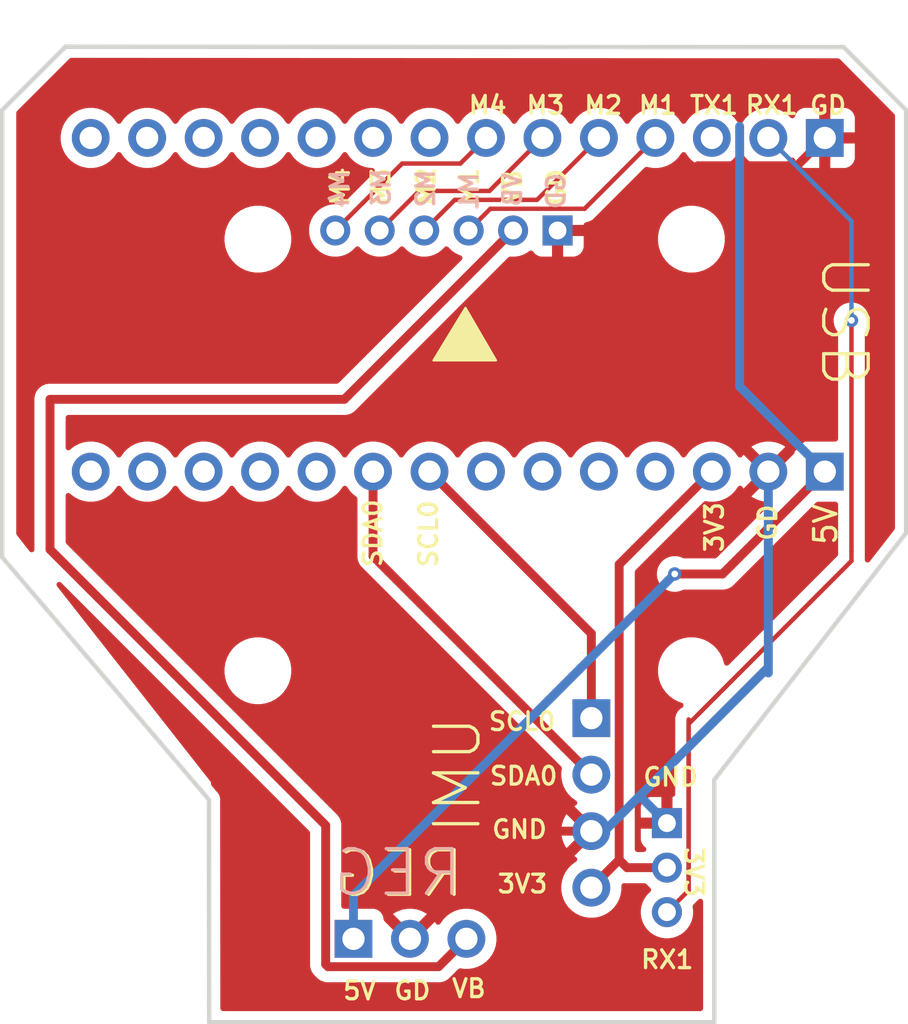
<source format=kicad_pcb>
(kicad_pcb (version 20241229) (generator "pcbnew") (generator_version "9.0")
  (layers (0 "F.Cu" signal) (2 "B.Cu" signal) (13 "F.Paste" user) (15 "B.Paste" user) (5 "F.SilkS" user "F.Silkscreen") (7 "B.SilkS" user "B.Silkscreen") (1 "F.Mask" user) (3 "B.Mask" user) (25 "Edge.Cuts" user))
  (net 0 "")
  (net 1 "/CS")
  (net 2 "/MOSI")
  (net 3 "/GND")
  (net 4 "/MISO")
  (net 5 "/3V3")
  (net 6 "/SCK")
  (net 7 "/RX1")
  (net 12 "/TX1")
  (net 13 "/5V")
  (net 14 "/SCL1")
  (net 15 "/SDA0")
  (net 16 "/SDA1")
  (net 17 "/SCL0")
  (net 18 "/VBAT")
  (net 19 "/M3")
  (net 20 "/M2")
  (net 21 "/M1")
  (net 22 "/M4")
  (footprint "MountingHole:MountingHole_2.5mm" (layer "F.Cu") (at 135.39 79.7)
    (property "Reference" "H1" (hide yes))
    (property "Value" "MountingHole" (hide yes))
    (pad "" np_thru_hole circle (at 1.11 1.1) (size 2.5 2.5) (drill 2.5) (layers "*.Cu" "*.Mask"))
  )
  (footprint "Connector_PinHeader_2.00mm:PinHeader_1x06_P2.00mm_Vertical" (layer "F.Cu") (at 149.98 80.41 -90)
    (property "Reference" "J5" (hide yes))
    (property "Value" "Conn_01x06_Pin" (hide yes))
    (pad "1" thru_hole rect (at 0 0 270) (size 1.35 1.35) (drill 0.8) (layers "*.Cu" "*.Mask") (net 3 "/GND"))
    (pad "2" thru_hole circle (at 0 2 270) (size 1.35 1.35) (drill 0.8) (layers "*.Cu" "*.Mask") (net 18 "/VBAT"))
    (pad "3" thru_hole circle (at 0 4 270) (size 1.35 1.35) (drill 0.8) (layers "*.Cu" "*.Mask") (net 21 "/M1"))
    (pad "4" thru_hole circle (at 0 6 270) (size 1.35 1.35) (drill 0.8) (layers "*.Cu" "*.Mask") (net 20 "/M2"))
    (pad "5" thru_hole circle (at 0 8 270) (size 1.35 1.35) (drill 0.8) (layers "*.Cu" "*.Mask") (net 19 "/M3"))
    (pad "6" thru_hole circle (at 0 10 270) (size 1.35 1.35) (drill 0.8) (layers "*.Cu" "*.Mask") (net 22 "/M4"))
  )
  (footprint "MountingHole:MountingHole_2.5mm" (layer "F.Cu") (at 155.635 101.11)
    (property "Reference" "H3" (hide yes))
    (property "Value" "MountingHole" (hide yes))
    (pad "" np_thru_hole circle (at 0.365 -0.91) (size 2.5 2.5) (drill 2.5) (layers "*.Cu" "*.Mask"))
  )
  (footprint "Connector_PinSocket_2.00mm:PinSocket_1x03_P2.00mm_Vertical" (layer "F.Cu") (at 154.9 107.05)
    (property "Reference" "J6" (hide yes))
    (property "Value" "Conn_01x03_Socket" (hide yes))
    (pad "1" thru_hole rect (at 0 0) (size 1.35 1.35) (drill 0.8) (layers "*.Cu" "*.Mask") (net 3 "/GND"))
    (pad "2" thru_hole circle (at 0 2) (size 1.35 1.35) (drill 0.8) (layers "*.Cu" "*.Mask") (net 5 "/3V3"))
    (pad "3" thru_hole circle (at 0 4) (size 1.35 1.35) (drill 0.8) (layers "*.Cu" "*.Mask") (net 7 "/RX1"))
  )
  (footprint "Connector_PinHeader_2.54mm:PinHeader_1x03_P2.54mm_Vertical" (layer "F.Cu") (at 140.8 112.25 90)
    (property "Reference" "J4" (hide yes))
    (property "Value" "Conn_01x03_Socket" (hide yes))
    (pad "1" thru_hole rect (at 0 0 90) (size 1.7 1.7) (drill 1) (layers "*.Cu" "*.Mask") (net 13 "/5V"))
    (pad "2" thru_hole circle (at 0 2.54 90) (size 1.7 1.7) (drill 1) (layers "*.Cu" "*.Mask") (net 3 "/GND"))
    (pad "3" thru_hole circle (at 0 5.08 90) (size 1.7 1.7) (drill 1) (layers "*.Cu" "*.Mask") (net 18 "/VBAT"))
  )
  (footprint "Connector_PinSocket_2.54mm:PinSocket_1x14_P2.54mm_Vertical" (layer "F.Cu") (at 162 76.25 -90)
    (property "Reference" "J1" (hide yes))
    (property "Value" "Conn_01x14_Socket" (hide yes))
    (pad "1" thru_hole rect (at 0 0 270) (size 1.7 1.7) (drill 1) (layers "*.Cu" "*.Mask") (net 3 "/GND"))
    (pad "2" thru_hole circle (at 0 2.54 270) (size 1.7 1.7) (drill 1) (layers "*.Cu" "*.Mask") (net 7 "/RX1"))
    (pad "3" thru_hole circle (at 0 5.08 270) (size 1.7 1.7) (drill 1) (layers "*.Cu" "*.Mask") (net 12 "/TX1"))
    (pad "4" thru_hole circle (at 0 7.62 270) (size 1.7 1.7) (drill 1) (layers "*.Cu" "*.Mask") (net 21 "/M1"))
    (pad "5" thru_hole circle (at 0 10.16 270) (size 1.7 1.7) (drill 1) (layers "*.Cu" "*.Mask") (net 20 "/M2"))
    (pad "6" thru_hole circle (at 0 12.7 270) (size 1.7 1.7) (drill 1) (layers "*.Cu" "*.Mask") (net 19 "/M3"))
    (pad "7" thru_hole circle (at 0 15.24 270) (size 1.7 1.7) (drill 1) (layers "*.Cu" "*.Mask") (net 22 "/M4"))
    (pad "8" thru_hole circle (at 0 17.78 270) (size 1.7 1.7) (drill 1) (layers "*.Cu" "*.Mask"))
    (pad "9" thru_hole circle (at 0 20.32 270) (size 1.7 1.7) (drill 1) (layers "*.Cu" "*.Mask"))
    (pad "10" thru_hole circle (at 0 22.86 270) (size 1.7 1.7) (drill 1) (layers "*.Cu" "*.Mask"))
    (pad "11" thru_hole circle (at 0 25.4 270) (size 1.7 1.7) (drill 1) (layers "*.Cu" "*.Mask"))
    (pad "12" thru_hole circle (at 0 27.94 270) (size 1.7 1.7) (drill 1) (layers "*.Cu" "*.Mask") (net 1 "/CS"))
    (pad "13" thru_hole circle (at 0 30.48 270) (size 1.7 1.7) (drill 1) (layers "*.Cu" "*.Mask") (net 2 "/MOSI"))
    (pad "14" thru_hole circle (at 0 33.02 270) (size 1.7 1.7) (drill 1) (layers "*.Cu" "*.Mask") (net 4 "/MISO"))
  )
  (footprint "Connector_PinHeader_2.54mm:PinHeader_1x04_P2.54mm_Vertical" (layer "F.Cu") (at 151.5 102.33)
    (property "Reference" "J3" (hide yes))
    (property "Value" "Conn_01x04_Socket" (hide yes))
    (pad "1" thru_hole rect (at 0 0) (size 1.7 1.7) (drill 1) (layers "*.Cu" "*.Mask") (net 17 "/SCL0"))
    (pad "2" thru_hole circle (at 0 2.54) (size 1.7 1.7) (drill 1) (layers "*.Cu" "*.Mask") (net 15 "/SDA0"))
    (pad "3" thru_hole circle (at 0 5.08) (size 1.7 1.7) (drill 1) (layers "*.Cu" "*.Mask") (net 3 "/GND"))
    (pad "4" thru_hole circle (at 0 7.62) (size 1.7 1.7) (drill 1) (layers "*.Cu" "*.Mask") (net 5 "/3V3"))
  )
  (footprint "Connector_PinSocket_2.54mm:PinSocket_1x14_P2.54mm_Vertical" (layer "F.Cu") (at 162 91.25 -90)
    (property "Reference" "J2" (hide yes))
    (property "Value" "Conn_01x14_Socket" (hide yes))
    (pad "1" thru_hole rect (at 0 0 270) (size 1.7 1.7) (drill 1) (layers "*.Cu" "*.Mask") (net 13 "/5V"))
    (pad "2" thru_hole circle (at 0 2.54 270) (size 1.7 1.7) (drill 1) (layers "*.Cu" "*.Mask") (net 3 "/GND"))
    (pad "3" thru_hole circle (at 0 5.08 270) (size 1.7 1.7) (drill 1) (layers "*.Cu" "*.Mask") (net 5 "/3V3"))
    (pad "4" thru_hole circle (at 0 7.62 270) (size 1.7 1.7) (drill 1) (layers "*.Cu" "*.Mask"))
    (pad "5" thru_hole circle (at 0 10.16 270) (size 1.7 1.7) (drill 1) (layers "*.Cu" "*.Mask"))
    (pad "6" thru_hole circle (at 0 12.7 270) (size 1.7 1.7) (drill 1) (layers "*.Cu" "*.Mask"))
    (pad "7" thru_hole circle (at 0 15.24 270) (size 1.7 1.7) (drill 1) (layers "*.Cu" "*.Mask"))
    (pad "8" thru_hole circle (at 0 17.78 270) (size 1.7 1.7) (drill 1) (layers "*.Cu" "*.Mask") (net 17 "/SCL0"))
    (pad "9" thru_hole circle (at 0 20.32 270) (size 1.7 1.7) (drill 1) (layers "*.Cu" "*.Mask") (net 15 "/SDA0"))
    (pad "10" thru_hole circle (at 0 22.86 270) (size 1.7 1.7) (drill 1) (layers "*.Cu" "*.Mask") (net 16 "/SDA1"))
    (pad "11" thru_hole circle (at 0 25.4 270) (size 1.7 1.7) (drill 1) (layers "*.Cu" "*.Mask") (net 14 "/SCL1"))
    (pad "12" thru_hole circle (at 0 27.94 270) (size 1.7 1.7) (drill 1) (layers "*.Cu" "*.Mask"))
    (pad "13" thru_hole circle (at 0 30.48 270) (size 1.7 1.7) (drill 1) (layers "*.Cu" "*.Mask"))
    (pad "14" thru_hole circle (at 0 33.02 270) (size 1.7 1.7) (drill 1) (layers "*.Cu" "*.Mask") (net 6 "/SCK"))
  )
  (footprint "MountingHole:MountingHole_2.5mm" (layer "F.Cu") (at 155.575 79.87)
    (property "Reference" "H2" (hide yes))
    (property "Value" "MountingHole" (hide yes))
    (pad "" np_thru_hole circle (at 0.425 0.93) (size 2.5 2.5) (drill 2.5) (layers "*.Cu" "*.Mask"))
  )
  (footprint "MountingHole:MountingHole_2.5mm" (layer "F.Cu") (at 135.27 101.8)
    (property "Reference" "H4" (hide yes))
    (property "Value" "MountingHole" (hide yes))
    (pad "" np_thru_hole circle (at 1.23 -1.6) (size 2.5 2.5) (drill 2.5) (layers "*.Cu" "*.Mask"))
  )
  (gr_poly (pts (xy 145.836865 83.888929) (xy 144.4 86.25) (xy 147.21 86.25)) (stroke (width 0.1)) (fill yes) (layer "F.SilkS"))
  (gr_line (start 125 75) (end 127.85 72.15) (stroke (width 0.2)) (layer "Edge.Cuts"))
  (gr_line (start 134.31 116) (end 157.03 116) (stroke (width 0.2)) (layer "Edge.Cuts"))
  (gr_line (start 165.66 94) (end 157.03 105.099139) (stroke (width 0.2)) (layer "Edge.Cuts"))
  (gr_line (start 165.66 75) (end 165.66 94) (stroke (width 0.2)) (layer "Edge.Cuts"))
  (gr_line (start 125 75) (end 125 95.1) (stroke (width 0.2)) (layer "Edge.Cuts"))
  (gr_line (start 127.85 72.15) (end 162.85 72.17) (stroke (width 0.2)) (layer "Edge.Cuts"))
  (gr_line (start 134.3 106) (end 134.31 116) (stroke (width 0.2)) (layer "Edge.Cuts"))
  (gr_line (start 162.85 72.17) (end 165.66 75) (stroke (width 0.2)) (layer "Edge.Cuts"))
  (gr_line (start 157.03 105.099139) (end 157.03 116) (stroke (width 0.2)) (layer "Edge.Cuts"))
  (gr_line (start 134.3 106) (end 125 95.1) (stroke (width 0.2)) (layer "Edge.Cuts"))
  (gr_text "M4" (at 145.9 75.25 0) (layer "F.SilkS") (effects (font (size 0.8 0.8)) (justify left bottom)))
  (gr_text "3V3" (at 157.5 94.95 90) (layer "F.SilkS") (effects (font (size 0.8 0.8)) (justify left bottom)))
  (gr_text "SCL0" (at 144.64 95.63 90) (layer "F.SilkS") (effects (font (size 0.8 0.8)) (justify left bottom)))
  (gr_text "M1" (at 153.55 75.25 0) (layer "F.SilkS") (effects (font (size 0.8 0.8)) (justify left bottom)))
  (gr_text "3V3" (at 155.65 108.05 270) (layer "F.SilkS") (effects (font (size 0.8 0.8)) (justify left bottom)))
  (gr_text "USB" (at 161.7 81.375 270) (layer "F.SilkS") (effects (font (size 2 2)) (justify left bottom)))
  (gr_text "M3" (at 142.5 79.38 90) (layer "F.SilkS") (effects (font (size 0.8 0.8)) (justify left bottom)))
  (gr_text "SCL0" (at 146.8 102.95 0) (layer "F.SilkS") (effects (font (size 0.8 0.8)) (justify left bottom)))
  (gr_text "VB" (at 145.15 114.95 0) (layer "F.SilkS") (effects (font (size 0.8 0.8)) (justify left bottom)))
  (gr_text "SDA0" (at 146.85 105.4 0) (layer "F.SilkS") (effects (font (size 0.8 0.8)) (justify left bottom)))
  (gr_text "RX1" (at 158.35 75.25 0) (layer "F.SilkS") (effects (font (size 0.8 0.8)) (justify left bottom)))
  (gr_text "GD" (at 161.25 75.25 0) (layer "F.SilkS") (effects (font (size 0.8 0.8)) (justify left bottom)))
  (gr_text "TX1" (at 155.85 75.25 0) (layer "F.SilkS") (effects (font (size 0.8 0.8)) (justify left bottom)))
  (gr_text "5V" (at 140.25 115.05 0) (layer "F.SilkS") (effects (font (size 0.8 0.8)) (justify left bottom)))
  (gr_text "SDA0" (at 142.14 95.62 90) (layer "F.SilkS") (effects (font (size 0.8 0.8)) (justify left bottom)))
  (gr_text "M3" (at 148.5 75.25 0) (layer "F.SilkS") (effects (font (size 0.8 0.8)) (justify left bottom)))
  (gr_text "REG" (at 145.9 110.5 0) (layer "F.SilkS") (effects (font (size 2 2)) (justify left bottom mirror)))
  (gr_text "GD" (at 150.39 79.36 90) (layer "F.SilkS") (effects (font (size 0.8 0.8)) (justify left bottom)))
  (gr_text "VB" (at 148.41 79.28 90) (layer "F.SilkS") (effects (font (size 0.8 0.8)) (justify left bottom)))
  (gr_text "GD" (at 142.55 115.05 0) (layer "F.SilkS") (effects (font (size 0.8 0.8)) (justify left bottom)))
  (gr_text "3V3" (at 147.2 110.25 0) (layer "F.SilkS") (effects (font (size 0.8 0.8)) (justify left bottom)))
  (gr_text "M2" (at 151.1 75.25 0) (layer "F.SilkS") (effects (font (size 0.8 0.8)) (justify left bottom)))
  (gr_text "GND" (at 146.95 107.8 0) (layer "F.SilkS") (effects (font (size 0.8 0.8)) (justify left bottom)))
  (gr_text "5V" (at 162.625 94.625 90) (layer "F.SilkS") (effects (font (size 1 1)) (justify left bottom)))
  (gr_text "M4" (at 140.675 79.365 90) (layer "F.SilkS") (effects (font (size 0.8 0.8)) (justify left bottom)))
  (gr_text "RX1" (at 153.65 113.65 0) (layer "F.SilkS") (effects (font (size 0.8 0.8)) (justify left bottom)))
  (gr_text "IMU" (at 146.65 107.65 90) (layer "F.SilkS") (effects (font (size 2 2)) (justify left bottom)))
  (gr_text "GD" (at 159.9 94.44 90) (layer "F.SilkS") (effects (font (size 0.8 0.8)) (justify left bottom)))
  (gr_text "GND" (at 153.75 105.45 0) (layer "F.SilkS") (effects (font (size 0.8 0.8)) (justify left bottom)))
  (gr_text "M2" (at 144.53 79.38 90) (layer "F.SilkS") (effects (font (size 0.8 0.8)) (justify left bottom)))
  (gr_text "M1" (at 146.48 79.38 90) (layer "F.SilkS") (effects (font (size 0.8 0.8)) (justify left bottom)))
  (gr_text "M2" (at 144.51 77.59 90) (layer "B.SilkS") (effects (font (size 0.8 0.8)) (justify left bottom mirror)))
  (gr_text "REG" (at 145.8 110.45 0) (layer "B.SilkS") (effects (font (size 2 2)) (justify left bottom mirror)))
  (gr_text "M4" (at 140.65 77.61 90) (layer "B.SilkS") (effects (font (size 0.8 0.8)) (justify left bottom mirror)))
  (gr_text "GD" (at 150.38 77.74 90) (layer "B.SilkS") (effects (font (size 0.8 0.8)) (justify left bottom mirror)))
  (gr_text "VB" (at 148.42 77.74 90) (layer "B.SilkS") (effects (font (size 0.8 0.8)) (justify left bottom mirror)))
  (gr_text "M1" (at 146.46 77.73 90) (layer "B.SilkS") (effects (font (size 0.8 0.8)) (justify left bottom mirror)))
  (gr_text "M3" (at 142.51 77.54 90) (layer "B.SilkS") (effects (font (size 0.8 0.8)) (justify left bottom mirror)))
  (segment (start 134.814156 76.25) (end 134.06 76.25) (width 0.2) (layer "F.Cu") (net 1))
  (segment (start 162 76.25) (end 162 88.71) (width 0.4) (layer "F.Cu") (net 3))
  (segment (start 153.384423 80.41) (end 156.293423 77.501) (width 0.4) (layer "F.Cu") (net 3))
  (segment (start 151.5 107.41) (end 148.18 107.41) (width 0.4) (layer "F.Cu") (net 3))
  (segment (start 149.98 80.41) (end 153.384423 80.41) (width 0.4) (layer "F.Cu") (net 3))
  (segment (start 162 88.71) (end 159.46 91.25) (width 0.4) (layer "F.Cu") (net 3))
  (segment (start 160.749 77.501) (end 162 76.25) (width 0.4) (layer "F.Cu") (net 3))
  (segment (start 148.18 107.41) (end 143.34 112.25) (width 0.4) (layer "F.Cu") (net 3))
  (segment (start 156.293423 77.501) (end 160.749 77.501) (width 0.4) (layer "F.Cu") (net 3))
  (segment (start 159.46 91.25) (end 159.46 91.33) (width 0.4) (layer "F.Cu") (net 3))
  (segment (start 153.775 105.725) (end 152.09 107.41) (width 0.4) (layer "B.Cu") (net 3))
  (segment (start 153.775 105.725) (end 153.775 105.925) (width 0.4) (layer "B.Cu") (net 3))
  (segment (start 159.46 91.25) (end 159.46 100.3) (width 0.4) (layer "B.Cu") (net 3))
  (segment (start 152.09 107.41) (end 151.5 107.41) (width 0.4) (layer "B.Cu") (net 3))
  (segment (start 153.775 105.925) (end 154.9 107.05) (width 0.4) (layer "B.Cu") (net 3))
  (segment (start 159.46 100.04) (end 153.775 105.725) (width 0.4) (layer "B.Cu") (net 3))
  (segment (start 149.98 80.41) (end 150.451 79.939) (width 0.4) (layer "B.Cu") (net 3))
  (segment (start 159.46 91.25) (end 159.46 100.04) (width 0.4) (layer "B.Cu") (net 3))
  (segment (start 156.92 91.25) (end 156.344423 91.25) (width 0.4) (layer "F.Cu") (net 5))
  (segment (start 153.102 109.05) (end 154.9 109.05) (width 0.4) (layer "F.Cu") (net 5))
  (segment (start 152.751 95.419) (end 152.751 108.699) (width 0.4) (layer "F.Cu") (net 5))
  (segment (start 156.92 91.25) (end 152.751 95.419) (width 0.4) (layer "F.Cu") (net 5))
  (segment (start 152.751 108.699) (end 153.102 109.05) (width 0.4) (layer "F.Cu") (net 5))
  (segment (start 152.751 108.699) (end 151.5 109.95) (width 0.4) (layer "F.Cu") (net 5))
  (segment (start 156.92 90.648) (end 156.92 91.25) (width 0.4) (layer "B.Cu") (net 5))
  (segment (start 163.2 94.85) (end 163.2 84.45) (width 0.2) (layer "F.Cu") (net 7))
  (segment (start 155.876 110.074) (end 155.876 102.388156) (width 0.2) (layer "F.Cu") (net 7))
  (segment (start 163.2 94.85) (end 163.2 95.264156) (width 0.2) (layer "F.Cu") (net 7))
  (segment (start 155.876 102.588156) (end 155.876 110.074) (width 0.2) (layer "F.Cu") (net 7))
  (segment (start 155.876 110.074) (end 154.9 111.05) (width 0.2) (layer "F.Cu") (net 7))
  (segment (start 163.2 95.264156) (end 155.876 102.588156) (width 0.2) (layer "F.Cu") (net 7))
  (via (at 163.2 84.45) (size 0.6) (drill 0.3) (layers "F.Cu" "B.Cu") (net 7))
  (segment (start 163.2 79.99) (end 159.46 76.25) (width 0.2) (layer "B.Cu") (net 7))
  (segment (start 163.2 84.45) (end 163.2 79.99) (width 0.2) (layer "B.Cu") (net 7))
  (segment (start 157.4 95.85) (end 155.25 95.85) (width 0.4) (layer "F.Cu") (net 13))
  (segment (start 162 91.25) (end 157.4 95.85) (width 0.4) (layer "F.Cu") (net 13))
  (via (at 155.25 95.85) (size 0.6) (drill 0.3) (layers "F.Cu" "B.Cu") (net 13))
  (segment (start 158.171 87.421) (end 158.171 75.731818) (width 0.4) (layer "B.Cu") (net 13))
  (segment (start 155.25 95.85) (end 140.8 110.3) (width 0.4) (layer "B.Cu") (net 13))
  (segment (start 140.8 110.3) (end 140.8 112.25) (width 0.4) (layer "B.Cu") (net 13))
  (segment (start 162 91.25) (end 158.171 87.421) (width 0.4) (layer "B.Cu") (net 13))
  (segment (start 141.68 91.25) (end 141.68 95.05) (width 0.4) (layer "F.Cu") (net 15))
  (segment (start 141.68 95.05) (end 151.5 104.87) (width 0.4) (layer "F.Cu") (net 15))
  (segment (start 144.22 91.25) (end 151.5 98.53) (width 0.4) (layer "F.Cu") (net 17))
  (segment (start 151.5 98.53) (end 151.5 102.33) (width 0.4) (layer "F.Cu") (net 17))
  (segment (start 139.549 113.398) (end 139.652 113.501) (width 0.4) (layer "F.Cu") (net 18))
  (segment (start 147.98 80.41) (end 140.39 88) (width 0.4) (layer "F.Cu") (net 18))
  (segment (start 139.549 107.14756) (end 139.549 113.398) (width 0.4) (layer "F.Cu") (net 18))
  (segment (start 144.629 113.501) (end 145.88 112.25) (width 0.4) (layer "F.Cu") (net 18))
  (segment (start 139.652 113.501) (end 144.629 113.501) (width 0.4) (layer "F.Cu") (net 18))
  (segment (start 127.15 88) (end 127.15 94.74856) (width 0.4) (layer "F.Cu") (net 18))
  (segment (start 127.15 94.74856) (end 139.549 107.14756) (width 0.4) (layer "F.Cu") (net 18))
  (segment (start 140.39 88) (end 127.15 88) (width 0.4) (layer "F.Cu") (net 18))
  (segment (start 147.98 80.41) (end 148.011 80.379) (width 0.4) (layer "B.Cu") (net 18))
  (segment (start 143.758 78.632) (end 141.98 80.41) (width 0.2) (layer "F.Cu") (net 19))
  (segment (start 146.918 78.632) (end 143.758 78.632) (width 0.2) (layer "F.Cu") (net 19))
  (segment (start 149.3 76.25) (end 146.918 78.632) (width 0.2) (layer "F.Cu") (net 19))
  (segment (start 151.84 76.25) (end 149.057 79.033) (width 0.2) (layer "F.Cu") (net 20))
  (segment (start 149.057 79.033) (end 145.357 79.033) (width 0.2) (layer "F.Cu") (net 20))
  (segment (start 145.357 79.033) (end 143.98 80.41) (width 0.2) (layer "F.Cu") (net 20))
  (segment (start 154.38 76.25) (end 151.196 79.434) (width 0.2) (layer "F.Cu") (net 21))
  (segment (start 151.196 79.434) (end 146.956 79.434) (width 0.2) (layer "F.Cu") (net 21))
  (segment (start 146.956 79.434) (end 145.98 80.41) (width 0.2) (layer "F.Cu") (net 21))
  (segment (start 142.989 77.401) (end 139.98 80.41) (width 0.2) (layer "F.Cu") (net 22))
  (segment (start 145.609 77.401) (end 142.989 77.401) (width 0.2) (layer "F.Cu") (net 22))
  (segment (start 146.76 76.25) (end 145.609 77.401) (width 0.2) (layer "F.Cu") (net 22))
  (zone (net 3) (net_name "/GND") (layer "F.Cu") (connect_pads (clearance 0.5)) (min_thickness 0.25) (fill yes (thermal_gap 0.5) (thermal_bridge_width 0.5))
    (polygon (pts (xy 147.329832 70.954382) (xy 157.8 70.7) (xy 162.5 70.25) (xy 165.73 72.57) (xy 165.65 93.96) (xy 157.08 105.14) (xy 157.08 116.02) (xy 134.35 116.02) (xy 134.39 105.21) (xy 125.63 94.07) (xy 125.63 72.57) (xy 131.7 70.35) (xy 139 70.05)))
  )
)
</source>
